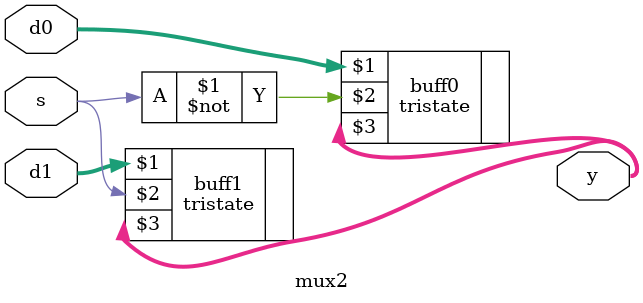
<source format=sv>
module mux2(input logic [3:0] d0, d1,
				input logic s,
				output tri [3:0] y);
				
	tristate buff0(d0, ~s, y);
	tristate buff1(d1, s, y);
	
endmodule
</source>
